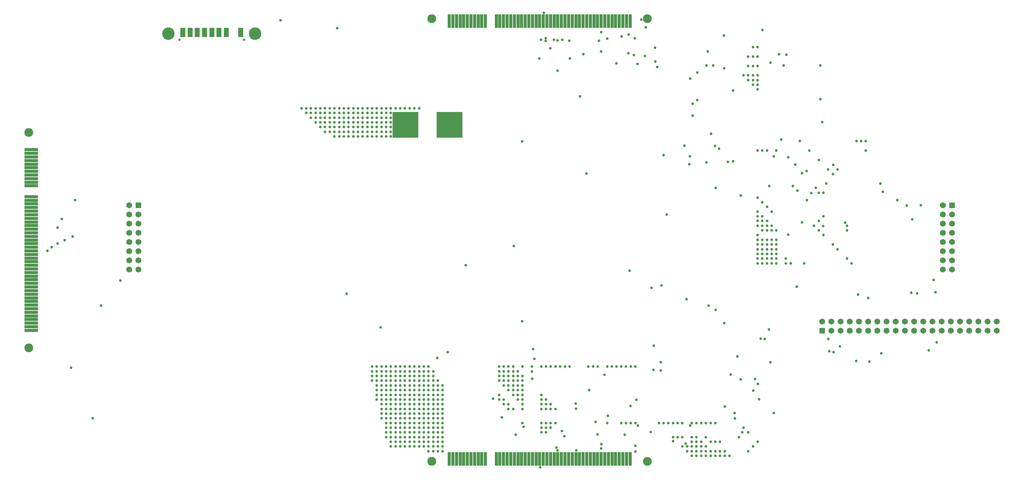
<source format=gbs>
G04*
G04 #@! TF.GenerationSoftware,Altium Limited,Altium Designer,22.11.1 (43)*
G04*
G04 Layer_Color=16711935*
%FSLAX25Y25*%
%MOIN*%
G70*
G04*
G04 #@! TF.SameCoordinates,C01CB905-4FAA-478C-A3D6-3825F8E537A0*
G04*
G04*
G04 #@! TF.FilePolarity,Negative*
G04*
G01*
G75*
%ADD25R,0.03347X0.14764*%
%ADD26R,0.14764X0.03347*%
%ADD27R,0.28150X0.28150*%
%ADD28C,0.02559*%
%ADD29C,0.13583*%
%ADD30C,0.09646*%
%ADD31C,0.06496*%
%ADD32R,0.06496X0.06496*%
%ADD33R,0.06496X0.06496*%
%ADD34C,0.02953*%
%ADD45R,0.05709X0.10039*%
D25*
X526575Y71654D02*
D03*
X530512D02*
D03*
X534449D02*
D03*
X538386D02*
D03*
X542323D02*
D03*
X546260D02*
D03*
X550197D02*
D03*
X554134D02*
D03*
X558071D02*
D03*
X562008D02*
D03*
X565945D02*
D03*
X577756D02*
D03*
X581693D02*
D03*
X585630D02*
D03*
X589567D02*
D03*
X593504D02*
D03*
X597441D02*
D03*
X601378D02*
D03*
X605315D02*
D03*
X609252D02*
D03*
X613189D02*
D03*
X617126D02*
D03*
X621063D02*
D03*
X625000D02*
D03*
X628937D02*
D03*
X632874D02*
D03*
X636811D02*
D03*
X640748D02*
D03*
X644685D02*
D03*
X648622D02*
D03*
X652559D02*
D03*
X656496D02*
D03*
X660433D02*
D03*
X664370D02*
D03*
X668307D02*
D03*
X672244D02*
D03*
X676181D02*
D03*
X680118D02*
D03*
X684055D02*
D03*
X687992D02*
D03*
X691929D02*
D03*
X695866D02*
D03*
X699803D02*
D03*
X703740D02*
D03*
X707677D02*
D03*
X711614D02*
D03*
X715551D02*
D03*
X719488D02*
D03*
X723425D02*
D03*
Y548413D02*
D03*
X719488D02*
D03*
X715551D02*
D03*
X711614D02*
D03*
X707677D02*
D03*
X703740D02*
D03*
X699803D02*
D03*
X695866D02*
D03*
X691929D02*
D03*
X687992D02*
D03*
X684055D02*
D03*
X680118D02*
D03*
X676181D02*
D03*
X672244D02*
D03*
X668307D02*
D03*
X664370D02*
D03*
X660433D02*
D03*
X656496D02*
D03*
X652559D02*
D03*
X648622D02*
D03*
X644685D02*
D03*
X640748D02*
D03*
X636811D02*
D03*
X632874D02*
D03*
X628937D02*
D03*
X625000D02*
D03*
X621063D02*
D03*
X617126D02*
D03*
X613189D02*
D03*
X609252D02*
D03*
X605315D02*
D03*
X601378D02*
D03*
X597441D02*
D03*
X593504D02*
D03*
X589567D02*
D03*
X585630D02*
D03*
X581693D02*
D03*
X577756D02*
D03*
X565945D02*
D03*
X562008D02*
D03*
X558071D02*
D03*
X554134D02*
D03*
X550197D02*
D03*
X546260D02*
D03*
X542323D02*
D03*
X538386D02*
D03*
X534449D02*
D03*
X530512D02*
D03*
X526575D02*
D03*
D26*
X71654Y408477D02*
D03*
Y404540D02*
D03*
Y400603D02*
D03*
Y396666D02*
D03*
Y392729D02*
D03*
Y388792D02*
D03*
Y384855D02*
D03*
Y380918D02*
D03*
Y376981D02*
D03*
Y373044D02*
D03*
Y369107D02*
D03*
Y357296D02*
D03*
Y353359D02*
D03*
Y349422D02*
D03*
Y345485D02*
D03*
Y341548D02*
D03*
Y337611D02*
D03*
Y333674D02*
D03*
Y329737D02*
D03*
Y325800D02*
D03*
Y321863D02*
D03*
Y317926D02*
D03*
Y313989D02*
D03*
Y310052D02*
D03*
Y306115D02*
D03*
Y302178D02*
D03*
Y298241D02*
D03*
Y294304D02*
D03*
Y290367D02*
D03*
Y286430D02*
D03*
Y282493D02*
D03*
Y278556D02*
D03*
Y274619D02*
D03*
Y270682D02*
D03*
Y266745D02*
D03*
Y262808D02*
D03*
Y258871D02*
D03*
Y254934D02*
D03*
Y250997D02*
D03*
Y247060D02*
D03*
Y243123D02*
D03*
Y239186D02*
D03*
Y235249D02*
D03*
Y231312D02*
D03*
Y227375D02*
D03*
Y223438D02*
D03*
Y219501D02*
D03*
Y215564D02*
D03*
Y211627D02*
D03*
D27*
X526945Y435430D02*
D03*
X479000Y435500D02*
D03*
D28*
X303087Y528307D02*
D03*
X233008D02*
D03*
D29*
X315095Y535000D02*
D03*
X221000D02*
D03*
D30*
X507677Y68898D02*
D03*
X742323D02*
D03*
X742323Y551169D02*
D03*
X507677D02*
D03*
X68898Y427375D02*
D03*
Y192729D02*
D03*
D31*
X178071Y277992D02*
D03*
X188071D02*
D03*
X178071Y287992D02*
D03*
X188071D02*
D03*
X178071Y297992D02*
D03*
X188071D02*
D03*
X178071Y307992D02*
D03*
X188071D02*
D03*
X178071Y317992D02*
D03*
X188071D02*
D03*
X178071Y327992D02*
D03*
X188071D02*
D03*
X178071Y337992D02*
D03*
X188071D02*
D03*
X178071Y347992D02*
D03*
X1063898Y277992D02*
D03*
X1073898D02*
D03*
X1063898Y287992D02*
D03*
X1073898D02*
D03*
X1063898Y297992D02*
D03*
X1073898D02*
D03*
X1063898Y307992D02*
D03*
X1073898D02*
D03*
X1063898Y317992D02*
D03*
X1073898D02*
D03*
X1063898Y327992D02*
D03*
X1073898D02*
D03*
X1063898Y337992D02*
D03*
X1073898D02*
D03*
X1063898Y347992D02*
D03*
X932598Y221142D02*
D03*
X942598Y211142D02*
D03*
Y221142D02*
D03*
X952598Y211142D02*
D03*
Y221142D02*
D03*
X962598Y211142D02*
D03*
Y221142D02*
D03*
X972598Y211142D02*
D03*
Y221142D02*
D03*
X982598Y211142D02*
D03*
Y221142D02*
D03*
X992598Y211142D02*
D03*
Y221142D02*
D03*
X1002598Y211142D02*
D03*
Y221142D02*
D03*
X1012598Y211142D02*
D03*
Y221142D02*
D03*
X1022598Y211142D02*
D03*
Y221142D02*
D03*
X1032598Y211142D02*
D03*
Y221142D02*
D03*
X1042598Y211142D02*
D03*
Y221142D02*
D03*
X1052598Y211142D02*
D03*
Y221142D02*
D03*
X1062598Y211142D02*
D03*
Y221142D02*
D03*
X1072598Y211142D02*
D03*
Y221142D02*
D03*
X1082598Y211142D02*
D03*
Y221142D02*
D03*
X1092598Y211142D02*
D03*
Y221142D02*
D03*
X1102598Y211142D02*
D03*
Y221142D02*
D03*
X1112598Y211142D02*
D03*
Y221142D02*
D03*
X1122598Y211142D02*
D03*
Y221142D02*
D03*
D32*
X188071Y347992D02*
D03*
X1073898D02*
D03*
D33*
X932598Y211142D02*
D03*
D34*
X493714Y453609D02*
D03*
X488596D02*
D03*
X483478D02*
D03*
X478360D02*
D03*
X473241D02*
D03*
X468123D02*
D03*
X463005D02*
D03*
Y448490D02*
D03*
Y443372D02*
D03*
Y438254D02*
D03*
Y433136D02*
D03*
Y428018D02*
D03*
Y422900D02*
D03*
X457887Y453609D02*
D03*
Y448490D02*
D03*
Y443372D02*
D03*
Y438254D02*
D03*
Y433136D02*
D03*
Y428018D02*
D03*
Y422900D02*
D03*
X452769Y453609D02*
D03*
Y448490D02*
D03*
Y443372D02*
D03*
Y438254D02*
D03*
Y433136D02*
D03*
Y428018D02*
D03*
Y422900D02*
D03*
X447651Y453609D02*
D03*
Y448490D02*
D03*
Y443372D02*
D03*
Y438254D02*
D03*
Y433136D02*
D03*
Y428018D02*
D03*
Y422900D02*
D03*
X442533Y453609D02*
D03*
Y448490D02*
D03*
Y443372D02*
D03*
Y438254D02*
D03*
Y433136D02*
D03*
Y428018D02*
D03*
Y422900D02*
D03*
X437415Y453609D02*
D03*
Y448490D02*
D03*
Y443372D02*
D03*
Y438254D02*
D03*
Y433136D02*
D03*
Y428018D02*
D03*
Y422900D02*
D03*
X432297Y453609D02*
D03*
Y448490D02*
D03*
Y443372D02*
D03*
Y438254D02*
D03*
Y433136D02*
D03*
Y428018D02*
D03*
Y422900D02*
D03*
X427178Y453609D02*
D03*
Y448490D02*
D03*
Y443372D02*
D03*
Y438254D02*
D03*
Y433136D02*
D03*
Y428018D02*
D03*
Y422900D02*
D03*
X422060Y453609D02*
D03*
Y448490D02*
D03*
Y443372D02*
D03*
Y438254D02*
D03*
Y433136D02*
D03*
Y428018D02*
D03*
Y422900D02*
D03*
X416942Y453609D02*
D03*
Y448490D02*
D03*
Y443372D02*
D03*
Y438254D02*
D03*
Y433136D02*
D03*
Y428018D02*
D03*
Y422900D02*
D03*
X411824Y453609D02*
D03*
Y448490D02*
D03*
Y443372D02*
D03*
Y438254D02*
D03*
Y433136D02*
D03*
Y428018D02*
D03*
Y422900D02*
D03*
X406706Y453609D02*
D03*
Y448490D02*
D03*
Y443372D02*
D03*
Y438254D02*
D03*
Y433136D02*
D03*
Y428018D02*
D03*
Y422900D02*
D03*
X401588Y453609D02*
D03*
Y448490D02*
D03*
Y443372D02*
D03*
Y438254D02*
D03*
Y433136D02*
D03*
Y428018D02*
D03*
Y422900D02*
D03*
X396470Y453609D02*
D03*
Y448490D02*
D03*
Y443372D02*
D03*
Y438254D02*
D03*
Y433136D02*
D03*
Y428018D02*
D03*
X391352Y453609D02*
D03*
Y448490D02*
D03*
Y443372D02*
D03*
Y438254D02*
D03*
Y433136D02*
D03*
Y428018D02*
D03*
X386233Y453609D02*
D03*
Y448490D02*
D03*
Y443372D02*
D03*
Y438254D02*
D03*
Y433136D02*
D03*
X381115Y453609D02*
D03*
Y448490D02*
D03*
Y443372D02*
D03*
Y438254D02*
D03*
X375997Y453609D02*
D03*
Y448490D02*
D03*
Y443372D02*
D03*
X370879Y453609D02*
D03*
Y448490D02*
D03*
X365761Y453609D02*
D03*
X343000Y549500D02*
D03*
X862218Y90223D02*
D03*
X857100Y85105D02*
D03*
X851982Y100459D02*
D03*
Y79987D02*
D03*
X846863Y105577D02*
D03*
X841745Y95341D02*
D03*
X831509Y74869D02*
D03*
X826391Y79987D02*
D03*
Y74869D02*
D03*
X821273Y90223D02*
D03*
Y79987D02*
D03*
Y74869D02*
D03*
X816155Y110695D02*
D03*
Y90223D02*
D03*
Y79987D02*
D03*
Y74869D02*
D03*
X811037Y110695D02*
D03*
Y90223D02*
D03*
Y79987D02*
D03*
Y74869D02*
D03*
X805919Y110695D02*
D03*
Y95341D02*
D03*
Y85105D02*
D03*
Y79987D02*
D03*
Y74869D02*
D03*
X800800Y110695D02*
D03*
Y90223D02*
D03*
Y85105D02*
D03*
Y79987D02*
D03*
Y74869D02*
D03*
X795682Y110695D02*
D03*
Y95341D02*
D03*
Y90223D02*
D03*
Y85105D02*
D03*
Y79987D02*
D03*
Y74869D02*
D03*
X790564Y110695D02*
D03*
Y95341D02*
D03*
Y90223D02*
D03*
Y85105D02*
D03*
Y79987D02*
D03*
Y74869D02*
D03*
X785446Y85105D02*
D03*
Y79987D02*
D03*
X780328Y110695D02*
D03*
Y95341D02*
D03*
Y85105D02*
D03*
X775210Y110695D02*
D03*
Y95341D02*
D03*
X770092Y110695D02*
D03*
Y95341D02*
D03*
X764974Y110695D02*
D03*
X759856D02*
D03*
X754737D02*
D03*
X729147Y172113D02*
D03*
Y110695D02*
D03*
X724029Y172113D02*
D03*
Y110695D02*
D03*
X718911Y172113D02*
D03*
Y110695D02*
D03*
X713793Y172113D02*
D03*
Y110695D02*
D03*
X708674Y172113D02*
D03*
X703556D02*
D03*
X698438D02*
D03*
Y110695D02*
D03*
X688202Y172113D02*
D03*
X683084D02*
D03*
X677966D02*
D03*
X657493D02*
D03*
X652375D02*
D03*
X647257D02*
D03*
X642139D02*
D03*
Y126050D02*
D03*
Y110695D02*
D03*
X637021Y172113D02*
D03*
Y131168D02*
D03*
Y126050D02*
D03*
Y110695D02*
D03*
Y105577D02*
D03*
X631903Y172113D02*
D03*
Y136286D02*
D03*
Y131168D02*
D03*
Y126050D02*
D03*
Y110695D02*
D03*
Y105577D02*
D03*
Y100459D02*
D03*
X626785Y172113D02*
D03*
Y141404D02*
D03*
Y136286D02*
D03*
Y131168D02*
D03*
Y126050D02*
D03*
Y110695D02*
D03*
Y105577D02*
D03*
Y100459D02*
D03*
X616548Y172113D02*
D03*
Y166995D02*
D03*
X606312Y172113D02*
D03*
Y161876D02*
D03*
Y156758D02*
D03*
Y151640D02*
D03*
Y146522D02*
D03*
Y141404D02*
D03*
Y136286D02*
D03*
Y131168D02*
D03*
Y126050D02*
D03*
Y110695D02*
D03*
X601194Y166995D02*
D03*
Y161876D02*
D03*
Y156758D02*
D03*
Y151640D02*
D03*
Y146522D02*
D03*
Y141404D02*
D03*
Y136286D02*
D03*
X596076Y172113D02*
D03*
Y166995D02*
D03*
Y161876D02*
D03*
Y156758D02*
D03*
Y151640D02*
D03*
Y146522D02*
D03*
Y141404D02*
D03*
Y126050D02*
D03*
X590958Y172113D02*
D03*
Y166995D02*
D03*
Y161876D02*
D03*
Y156758D02*
D03*
Y151640D02*
D03*
Y146522D02*
D03*
Y131168D02*
D03*
Y126050D02*
D03*
X585840Y172113D02*
D03*
Y166995D02*
D03*
Y161876D02*
D03*
Y156758D02*
D03*
Y151640D02*
D03*
Y136286D02*
D03*
Y131168D02*
D03*
X580722Y172113D02*
D03*
Y166995D02*
D03*
Y161876D02*
D03*
Y156758D02*
D03*
Y141404D02*
D03*
Y136286D02*
D03*
X519304Y151640D02*
D03*
Y146522D02*
D03*
Y141404D02*
D03*
Y136286D02*
D03*
Y131168D02*
D03*
Y126050D02*
D03*
Y120931D02*
D03*
Y115813D02*
D03*
Y110695D02*
D03*
Y105577D02*
D03*
Y100459D02*
D03*
Y95341D02*
D03*
Y90223D02*
D03*
Y85105D02*
D03*
Y79987D02*
D03*
X514186Y156758D02*
D03*
Y151640D02*
D03*
Y146522D02*
D03*
Y141404D02*
D03*
Y136286D02*
D03*
Y131168D02*
D03*
Y126050D02*
D03*
Y120931D02*
D03*
Y115813D02*
D03*
Y110695D02*
D03*
Y105577D02*
D03*
Y100459D02*
D03*
Y95341D02*
D03*
Y90223D02*
D03*
Y85105D02*
D03*
Y79987D02*
D03*
X509068Y166995D02*
D03*
Y161876D02*
D03*
Y156758D02*
D03*
Y151640D02*
D03*
Y146522D02*
D03*
Y141404D02*
D03*
Y136286D02*
D03*
Y131168D02*
D03*
Y126050D02*
D03*
Y120931D02*
D03*
Y115813D02*
D03*
Y110695D02*
D03*
Y105577D02*
D03*
Y100459D02*
D03*
Y95341D02*
D03*
Y90223D02*
D03*
Y85105D02*
D03*
Y79987D02*
D03*
X503950Y172113D02*
D03*
Y166995D02*
D03*
Y161876D02*
D03*
Y156758D02*
D03*
Y151640D02*
D03*
Y146522D02*
D03*
Y141404D02*
D03*
Y136286D02*
D03*
Y131168D02*
D03*
Y126050D02*
D03*
Y120931D02*
D03*
Y115813D02*
D03*
Y110695D02*
D03*
Y105577D02*
D03*
Y100459D02*
D03*
Y95341D02*
D03*
Y90223D02*
D03*
Y85105D02*
D03*
Y79987D02*
D03*
X498832Y172113D02*
D03*
Y166995D02*
D03*
Y161876D02*
D03*
Y156758D02*
D03*
Y151640D02*
D03*
Y146522D02*
D03*
Y141404D02*
D03*
Y136286D02*
D03*
Y131168D02*
D03*
Y126050D02*
D03*
Y120931D02*
D03*
Y115813D02*
D03*
Y110695D02*
D03*
Y105577D02*
D03*
Y100459D02*
D03*
Y95341D02*
D03*
Y90223D02*
D03*
Y85105D02*
D03*
X493714Y172113D02*
D03*
Y166995D02*
D03*
Y161876D02*
D03*
Y156758D02*
D03*
Y151640D02*
D03*
Y146522D02*
D03*
Y141404D02*
D03*
Y136286D02*
D03*
Y131168D02*
D03*
Y126050D02*
D03*
Y120931D02*
D03*
Y115813D02*
D03*
Y110695D02*
D03*
Y105577D02*
D03*
Y100459D02*
D03*
Y95341D02*
D03*
Y90223D02*
D03*
Y85105D02*
D03*
X488596Y172113D02*
D03*
Y166995D02*
D03*
Y161876D02*
D03*
Y156758D02*
D03*
Y151640D02*
D03*
Y146522D02*
D03*
Y141404D02*
D03*
Y136286D02*
D03*
Y131168D02*
D03*
Y126050D02*
D03*
Y120931D02*
D03*
Y115813D02*
D03*
Y110695D02*
D03*
Y105577D02*
D03*
Y100459D02*
D03*
Y95341D02*
D03*
Y90223D02*
D03*
Y85105D02*
D03*
X483478Y172113D02*
D03*
Y166995D02*
D03*
Y161876D02*
D03*
Y156758D02*
D03*
Y151640D02*
D03*
Y146522D02*
D03*
Y141404D02*
D03*
Y136286D02*
D03*
Y131168D02*
D03*
Y126050D02*
D03*
Y120931D02*
D03*
Y115813D02*
D03*
Y110695D02*
D03*
Y105577D02*
D03*
Y100459D02*
D03*
Y95341D02*
D03*
Y90223D02*
D03*
Y85105D02*
D03*
X478360Y172113D02*
D03*
Y166995D02*
D03*
Y161876D02*
D03*
Y156758D02*
D03*
Y151640D02*
D03*
Y146522D02*
D03*
Y141404D02*
D03*
Y136286D02*
D03*
Y131168D02*
D03*
Y126050D02*
D03*
Y120931D02*
D03*
Y115813D02*
D03*
Y110695D02*
D03*
Y105577D02*
D03*
Y100459D02*
D03*
Y95341D02*
D03*
Y90223D02*
D03*
Y85105D02*
D03*
X473241Y172113D02*
D03*
Y166995D02*
D03*
Y161876D02*
D03*
Y156758D02*
D03*
Y151640D02*
D03*
Y146522D02*
D03*
Y141404D02*
D03*
Y136286D02*
D03*
Y131168D02*
D03*
Y126050D02*
D03*
Y120931D02*
D03*
Y115813D02*
D03*
Y110695D02*
D03*
Y105577D02*
D03*
Y100459D02*
D03*
Y95341D02*
D03*
Y90223D02*
D03*
Y85105D02*
D03*
X468123Y172113D02*
D03*
Y166995D02*
D03*
Y161876D02*
D03*
Y156758D02*
D03*
Y151640D02*
D03*
Y146522D02*
D03*
Y141404D02*
D03*
Y136286D02*
D03*
Y131168D02*
D03*
Y126050D02*
D03*
Y120931D02*
D03*
Y115813D02*
D03*
Y110695D02*
D03*
Y105577D02*
D03*
Y100459D02*
D03*
Y95341D02*
D03*
Y90223D02*
D03*
Y85105D02*
D03*
X463005Y172113D02*
D03*
Y166995D02*
D03*
Y161876D02*
D03*
Y156758D02*
D03*
Y151640D02*
D03*
Y146522D02*
D03*
Y141404D02*
D03*
Y136286D02*
D03*
Y131168D02*
D03*
Y126050D02*
D03*
Y120931D02*
D03*
Y115813D02*
D03*
Y110695D02*
D03*
Y105577D02*
D03*
Y100459D02*
D03*
Y95341D02*
D03*
Y90223D02*
D03*
Y85105D02*
D03*
X457887Y172113D02*
D03*
Y166995D02*
D03*
Y161876D02*
D03*
Y156758D02*
D03*
Y151640D02*
D03*
Y146522D02*
D03*
Y141404D02*
D03*
Y136286D02*
D03*
Y131168D02*
D03*
Y126050D02*
D03*
Y120931D02*
D03*
Y115813D02*
D03*
Y110695D02*
D03*
Y105577D02*
D03*
Y100459D02*
D03*
Y95341D02*
D03*
X452769Y172113D02*
D03*
Y166995D02*
D03*
Y161876D02*
D03*
Y156758D02*
D03*
Y151640D02*
D03*
Y146522D02*
D03*
Y141404D02*
D03*
Y136286D02*
D03*
Y131168D02*
D03*
Y126050D02*
D03*
Y120931D02*
D03*
Y115813D02*
D03*
X447651Y172113D02*
D03*
Y166995D02*
D03*
Y161876D02*
D03*
Y156758D02*
D03*
Y151640D02*
D03*
Y146522D02*
D03*
Y141404D02*
D03*
Y136286D02*
D03*
X442533Y172113D02*
D03*
Y166995D02*
D03*
Y161876D02*
D03*
Y156758D02*
D03*
X513500Y181500D02*
D03*
X574254Y137254D02*
D03*
X584000Y117000D02*
D03*
X525000Y188000D02*
D03*
X644500Y494500D02*
D03*
X624500Y508000D02*
D03*
X544500Y282500D02*
D03*
X763179Y337878D02*
D03*
X404500Y541000D02*
D03*
X597000Y303500D02*
D03*
X979934Y417782D02*
D03*
Y407546D02*
D03*
X974816Y417782D02*
D03*
X969698D02*
D03*
X964580Y284711D02*
D03*
X959462Y325656D02*
D03*
Y320538D02*
D03*
Y289829D02*
D03*
X949226Y387073D02*
D03*
Y300065D02*
D03*
X944108Y381955D02*
D03*
Y305183D02*
D03*
X938989Y387073D02*
D03*
X933871Y361483D02*
D03*
Y335892D02*
D03*
Y315420D02*
D03*
X928753Y397309D02*
D03*
Y361483D02*
D03*
Y330774D02*
D03*
Y320538D02*
D03*
X923635Y325656D02*
D03*
X918517Y407546D02*
D03*
X908281Y417782D02*
D03*
X903163Y392191D02*
D03*
X898044Y284711D02*
D03*
X892926Y289829D02*
D03*
Y284711D02*
D03*
X882690Y407546D02*
D03*
Y320538D02*
D03*
Y310301D02*
D03*
Y305183D02*
D03*
Y300065D02*
D03*
Y294947D02*
D03*
Y289829D02*
D03*
Y284711D02*
D03*
X877572Y341010D02*
D03*
Y325656D02*
D03*
Y320538D02*
D03*
Y310301D02*
D03*
Y305183D02*
D03*
Y300065D02*
D03*
Y294947D02*
D03*
Y289829D02*
D03*
Y284711D02*
D03*
X872454Y407546D02*
D03*
Y346128D02*
D03*
Y330774D02*
D03*
Y325656D02*
D03*
Y320538D02*
D03*
Y310301D02*
D03*
Y305183D02*
D03*
Y300065D02*
D03*
Y294947D02*
D03*
Y289829D02*
D03*
Y284711D02*
D03*
X867336Y407546D02*
D03*
Y351246D02*
D03*
Y335892D02*
D03*
Y330774D02*
D03*
Y325656D02*
D03*
Y320538D02*
D03*
Y310301D02*
D03*
Y305183D02*
D03*
Y300065D02*
D03*
Y294947D02*
D03*
Y289829D02*
D03*
Y284711D02*
D03*
X862218Y407546D02*
D03*
Y356364D02*
D03*
Y341010D02*
D03*
Y335892D02*
D03*
Y330774D02*
D03*
Y325656D02*
D03*
Y315420D02*
D03*
Y310301D02*
D03*
Y305183D02*
D03*
Y300065D02*
D03*
Y294947D02*
D03*
Y289829D02*
D03*
Y284711D02*
D03*
Y520144D02*
D03*
Y509908D02*
D03*
Y499672D02*
D03*
Y489435D02*
D03*
Y484317D02*
D03*
Y479199D02*
D03*
Y474081D02*
D03*
X857100Y520144D02*
D03*
Y509908D02*
D03*
Y499672D02*
D03*
Y489435D02*
D03*
Y484317D02*
D03*
Y479199D02*
D03*
X851982Y509908D02*
D03*
Y499672D02*
D03*
Y489435D02*
D03*
Y484317D02*
D03*
X846863Y489435D02*
D03*
X752920Y498708D02*
D03*
X796500Y492500D02*
D03*
X916000Y353500D02*
D03*
X920500Y361408D02*
D03*
X739481Y510500D02*
D03*
X723000Y276500D02*
D03*
X757519Y260519D02*
D03*
X759852Y402640D02*
D03*
X862500Y153209D02*
D03*
X864000Y136500D02*
D03*
X859520Y158608D02*
D03*
X826420Y128508D02*
D03*
X784020Y88208D02*
D03*
X599000Y98000D02*
D03*
X607500Y106500D02*
D03*
X664520Y126108D02*
D03*
X833000Y163500D02*
D03*
X649568Y528187D02*
D03*
X626500D02*
D03*
X631462Y529987D02*
D03*
Y526825D02*
D03*
X640500Y528187D02*
D03*
X691929Y536721D02*
D03*
X689500Y527405D02*
D03*
X714261Y531759D02*
D03*
X721835Y533909D02*
D03*
X619220Y180508D02*
D03*
X617004Y159004D02*
D03*
X669000Y466500D02*
D03*
X636504Y519004D02*
D03*
X788500Y401089D02*
D03*
X651722Y96281D02*
D03*
X687992Y98081D02*
D03*
X649082Y101908D02*
D03*
X750500Y519500D02*
D03*
X825500Y533000D02*
D03*
X731500Y502000D02*
D03*
X727500Y511500D02*
D03*
X657220Y527408D02*
D03*
X644500Y527500D02*
D03*
X698588Y529508D02*
D03*
X721500Y513719D02*
D03*
X692000Y515519D02*
D03*
X672500Y512500D02*
D03*
X658000Y508000D02*
D03*
X750841Y504583D02*
D03*
X944500Y392000D02*
D03*
X809000Y238500D02*
D03*
X816500Y234000D02*
D03*
X785000Y245500D02*
D03*
X880000Y121500D02*
D03*
X717500Y98000D02*
D03*
X679000Y146500D02*
D03*
X664270Y132058D02*
D03*
X168500Y266000D02*
D03*
X147500Y238500D02*
D03*
X1039974Y347974D02*
D03*
X867500Y538750D02*
D03*
X107767Y310046D02*
D03*
X100092Y306115D02*
D03*
X93839Y302339D02*
D03*
X691929Y82929D02*
D03*
X692228Y87599D02*
D03*
X729331Y85827D02*
D03*
X890500Y500208D02*
D03*
X930500Y463608D02*
D03*
X933520Y325108D02*
D03*
X840299Y183201D02*
D03*
X757000Y177000D02*
D03*
X826000Y219500D02*
D03*
X791500Y458500D02*
D03*
X895500Y316000D02*
D03*
X791500Y445500D02*
D03*
X796500Y462500D02*
D03*
X982598Y246902D02*
D03*
X910500Y329214D02*
D03*
X811500Y425860D02*
D03*
X1014281Y353500D02*
D03*
X905500Y364028D02*
D03*
X951800Y194200D02*
D03*
X939174Y202362D02*
D03*
X748820Y168608D02*
D03*
X874420Y212608D02*
D03*
X820263Y409441D02*
D03*
X749220Y195008D02*
D03*
X1030500Y332500D02*
D03*
X945020Y187808D02*
D03*
X843720Y358608D02*
D03*
X875020Y369008D02*
D03*
X900500D02*
D03*
X808000Y515500D02*
D03*
X770320Y90908D02*
D03*
X904720Y259208D02*
D03*
X865420Y202508D02*
D03*
X888020Y419608D02*
D03*
X708510Y502510D02*
D03*
X618000Y191325D02*
D03*
X686000Y112000D02*
D03*
X676000Y382500D02*
D03*
X910500Y382908D02*
D03*
X971520Y250508D02*
D03*
X1057220Y198508D02*
D03*
X1048620Y189908D02*
D03*
X984000Y177500D02*
D03*
X930500Y500208D02*
D03*
X730220Y135908D02*
D03*
X723720Y129408D02*
D03*
X664820Y80808D02*
D03*
X644685D02*
D03*
X1054000Y266500D02*
D03*
X895500Y400208D02*
D03*
X879920Y401208D02*
D03*
X876320Y503108D02*
D03*
X740620Y541808D02*
D03*
X932500Y438491D02*
D03*
X695420Y163208D02*
D03*
X806520Y500208D02*
D03*
X735620Y550408D02*
D03*
X893420Y511908D02*
D03*
X915520Y385408D02*
D03*
X756820Y167908D02*
D03*
X813720Y500208D02*
D03*
X969520Y178208D02*
D03*
X1055705Y253295D02*
D03*
X605820Y221708D02*
D03*
Y417708D02*
D03*
X843720Y158108D02*
D03*
X747020Y257908D02*
D03*
X415020Y251508D02*
D03*
X451720Y214808D02*
D03*
X845500Y100500D02*
D03*
X643048Y83908D02*
D03*
X996000Y371500D02*
D03*
X937000D02*
D03*
X816500Y367000D02*
D03*
X100239Y323739D02*
D03*
X119222Y353691D02*
D03*
X89259Y298241D02*
D03*
X116511Y313989D02*
D03*
X104750Y333000D02*
D03*
X837469Y115469D02*
D03*
X787700Y392500D02*
D03*
X885620Y512508D02*
D03*
X629420Y557608D02*
D03*
X876320Y177008D02*
D03*
X940325Y188825D02*
D03*
X746000Y101000D02*
D03*
X857500Y146000D02*
D03*
X114701Y170799D02*
D03*
X837181Y121681D02*
D03*
X728568Y530000D02*
D03*
X138520Y115908D02*
D03*
X699320Y118508D02*
D03*
X997000Y186500D02*
D03*
X869920Y202108D02*
D03*
X625500Y62508D02*
D03*
X1036000Y252008D02*
D03*
X913000Y284500D02*
D03*
X957500Y329000D02*
D03*
X1029620Y252508D02*
D03*
X826000Y497250D02*
D03*
X729331Y79557D02*
D03*
X806500Y394500D02*
D03*
X815908Y412481D02*
D03*
X782504Y412996D02*
D03*
X1024500Y347500D02*
D03*
X835500Y396000D02*
D03*
Y473000D02*
D03*
X789000Y486000D02*
D03*
X829775Y395225D02*
D03*
X788903Y107798D02*
D03*
X731792D02*
D03*
X998500Y362500D02*
D03*
X925500Y367000D02*
D03*
D45*
X299543Y536181D02*
D03*
X283795D02*
D03*
X275921D02*
D03*
X268047D02*
D03*
X260173D02*
D03*
X252299D02*
D03*
X244425D02*
D03*
X236551D02*
D03*
M02*

</source>
